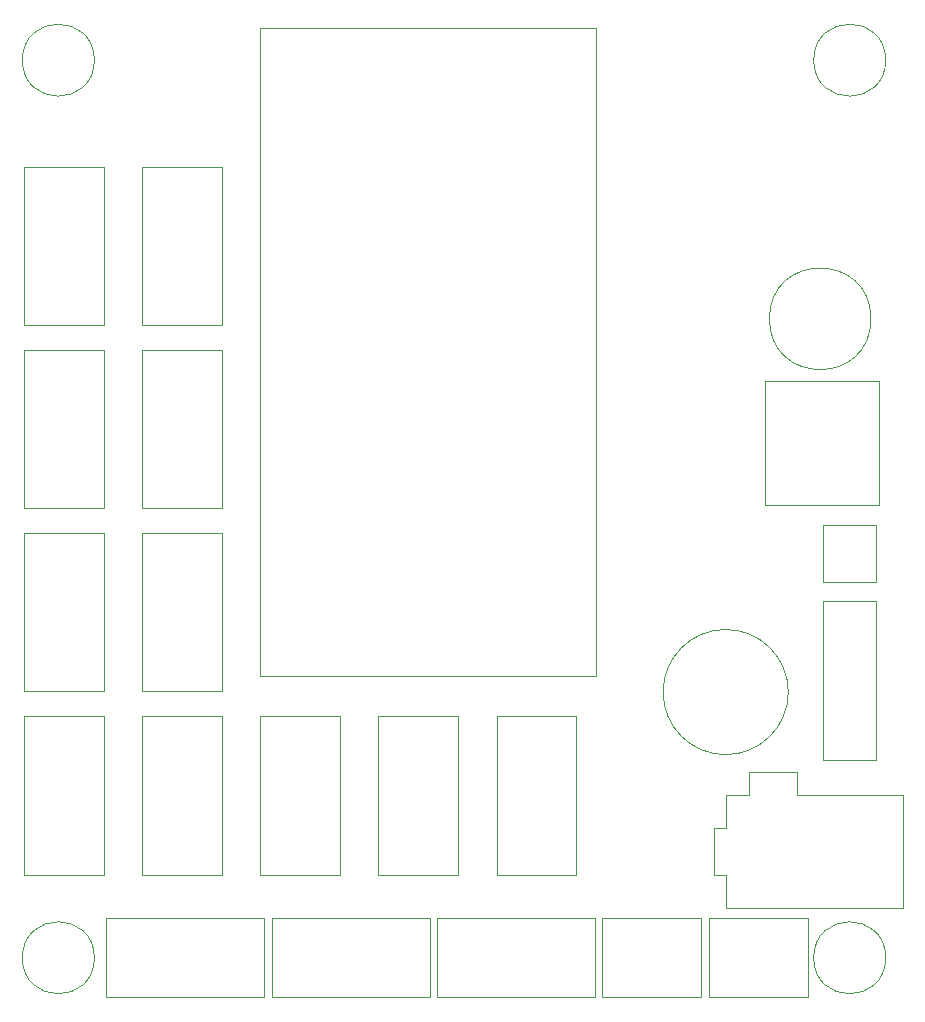
<source format=gbr>
G04 #@! TF.GenerationSoftware,KiCad,Pcbnew,(5.1.10)-1*
G04 #@! TF.CreationDate,2022-01-22T12:59:45+00:00*
G04 #@! TF.ProjectId,beehive,62656568-6976-4652-9e6b-696361645f70,rev?*
G04 #@! TF.SameCoordinates,Original*
G04 #@! TF.FileFunction,Other,User*
%FSLAX46Y46*%
G04 Gerber Fmt 4.6, Leading zero omitted, Abs format (unit mm)*
G04 Created by KiCad (PCBNEW (5.1.10)-1) date 2022-01-22 12:59:45*
%MOMM*%
%LPD*%
G01*
G04 APERTURE LIST*
%ADD10C,0.050000*%
G04 APERTURE END LIST*
D10*
X208750000Y-110250000D02*
X204250000Y-110250000D01*
X204250000Y-110250000D02*
X204250000Y-123750000D01*
X204250000Y-123750000D02*
X208750000Y-123750000D01*
X208750000Y-123750000D02*
X208750000Y-110250000D01*
X208750000Y-103850000D02*
X204250000Y-103850000D01*
X204250000Y-103850000D02*
X204250000Y-108700000D01*
X204250000Y-108700000D02*
X208750000Y-108700000D01*
X208750000Y-108700000D02*
X208750000Y-103850000D01*
X208300000Y-86400000D02*
G75*
G03*
X208300000Y-86400000I-4300000J0D01*
G01*
X185550000Y-143850000D02*
X193950000Y-143850000D01*
X185550000Y-137100000D02*
X185550000Y-143850000D01*
X193950000Y-137100000D02*
X185550000Y-137100000D01*
X193950000Y-143850000D02*
X193950000Y-137100000D01*
X194550000Y-143850000D02*
X202950000Y-143850000D01*
X194550000Y-137100000D02*
X194550000Y-143850000D01*
X202950000Y-137100000D02*
X194550000Y-137100000D01*
X202950000Y-143850000D02*
X202950000Y-137100000D01*
X143350000Y-102450000D02*
X143350000Y-89050000D01*
X136600000Y-102450000D02*
X143350000Y-102450000D01*
X136600000Y-89050000D02*
X136600000Y-102450000D01*
X143350000Y-89050000D02*
X136600000Y-89050000D01*
X153350000Y-86950000D02*
X153350000Y-73550000D01*
X146600000Y-86950000D02*
X153350000Y-86950000D01*
X146600000Y-73550000D02*
X146600000Y-86950000D01*
X153350000Y-73550000D02*
X146600000Y-73550000D01*
X143350000Y-86950000D02*
X143350000Y-73550000D01*
X136600000Y-86950000D02*
X143350000Y-86950000D01*
X136600000Y-73550000D02*
X136600000Y-86950000D01*
X143350000Y-73550000D02*
X136600000Y-73550000D01*
X143350000Y-117950000D02*
X143350000Y-104550000D01*
X136600000Y-117950000D02*
X143350000Y-117950000D01*
X136600000Y-104550000D02*
X136600000Y-117950000D01*
X143350000Y-104550000D02*
X136600000Y-104550000D01*
X171550000Y-143850000D02*
X184950000Y-143850000D01*
X171550000Y-137100000D02*
X171550000Y-143850000D01*
X184950000Y-137100000D02*
X171550000Y-137100000D01*
X184950000Y-143850000D02*
X184950000Y-137100000D01*
X143550000Y-143850000D02*
X156950000Y-143850000D01*
X143550000Y-137100000D02*
X143550000Y-143850000D01*
X156950000Y-137100000D02*
X143550000Y-137100000D01*
X156950000Y-143850000D02*
X156950000Y-137100000D01*
X142550000Y-64500000D02*
G75*
G03*
X142550000Y-64500000I-3050000J0D01*
G01*
X209550000Y-64500000D02*
G75*
G03*
X209550000Y-64500000I-3050000J0D01*
G01*
X209550000Y-140500000D02*
G75*
G03*
X209550000Y-140500000I-3050000J0D01*
G01*
X142550000Y-140500000D02*
G75*
G03*
X142550000Y-140500000I-3050000J0D01*
G01*
X157550000Y-143850000D02*
X170950000Y-143850000D01*
X157550000Y-137100000D02*
X157550000Y-143850000D01*
X170950000Y-137100000D02*
X157550000Y-137100000D01*
X170950000Y-143850000D02*
X170950000Y-137100000D01*
X183350000Y-133450000D02*
X183350000Y-120050000D01*
X176600000Y-133450000D02*
X183350000Y-133450000D01*
X176600000Y-120050000D02*
X176600000Y-133450000D01*
X183350000Y-120050000D02*
X176600000Y-120050000D01*
X173350000Y-133450000D02*
X173350000Y-120050000D01*
X166600000Y-133450000D02*
X173350000Y-133450000D01*
X166600000Y-120050000D02*
X166600000Y-133450000D01*
X173350000Y-120050000D02*
X166600000Y-120050000D01*
X163350000Y-133450000D02*
X163350000Y-120050000D01*
X156600000Y-133450000D02*
X163350000Y-133450000D01*
X156600000Y-120050000D02*
X156600000Y-133450000D01*
X163350000Y-120050000D02*
X156600000Y-120050000D01*
X153350000Y-133450000D02*
X153350000Y-120050000D01*
X146600000Y-133450000D02*
X153350000Y-133450000D01*
X146600000Y-120050000D02*
X146600000Y-133450000D01*
X153350000Y-120050000D02*
X146600000Y-120050000D01*
X143350000Y-133450000D02*
X143350000Y-120050000D01*
X136600000Y-133450000D02*
X143350000Y-133450000D01*
X136600000Y-120050000D02*
X136600000Y-133450000D01*
X143350000Y-120050000D02*
X136600000Y-120050000D01*
X153350000Y-117950000D02*
X153350000Y-104550000D01*
X146600000Y-117950000D02*
X153350000Y-117950000D01*
X146600000Y-104550000D02*
X146600000Y-117950000D01*
X153350000Y-104550000D02*
X146600000Y-104550000D01*
X153350000Y-102450000D02*
X153350000Y-89050000D01*
X146600000Y-102450000D02*
X153350000Y-102450000D01*
X146600000Y-89050000D02*
X146600000Y-102450000D01*
X153350000Y-89050000D02*
X146600000Y-89050000D01*
X211000000Y-126750000D02*
X211000000Y-136250000D01*
X202000000Y-126750000D02*
X211000000Y-126750000D01*
X202000000Y-124750000D02*
X202000000Y-126750000D01*
X198000000Y-124750000D02*
X202000000Y-124750000D01*
X198000000Y-126750000D02*
X198000000Y-124750000D01*
X196000000Y-126750000D02*
X198000000Y-126750000D01*
X196000000Y-129500000D02*
X196000000Y-126750000D01*
X195000000Y-129500000D02*
X196000000Y-129500000D01*
X195000000Y-133500000D02*
X195000000Y-129500000D01*
X196000000Y-133500000D02*
X195000000Y-133500000D01*
X196000000Y-136000000D02*
X196000000Y-133500000D01*
X196000000Y-136250000D02*
X211000000Y-136250000D01*
X196000000Y-136000000D02*
X196000000Y-136250000D01*
X201300000Y-118000000D02*
G75*
G03*
X201300000Y-118000000I-5300000J0D01*
G01*
X208950000Y-102150000D02*
X208950000Y-91650000D01*
X199350000Y-102150000D02*
X208950000Y-102150000D01*
X199350000Y-91650000D02*
X199350000Y-102150000D01*
X208950000Y-91650000D02*
X199350000Y-91650000D01*
X185000000Y-61740000D02*
X185000000Y-116640000D01*
X156600000Y-61740000D02*
X185000000Y-61740000D01*
X156600000Y-116640000D02*
X156600000Y-61740000D01*
X185000000Y-116640000D02*
X156600000Y-116640000D01*
M02*

</source>
